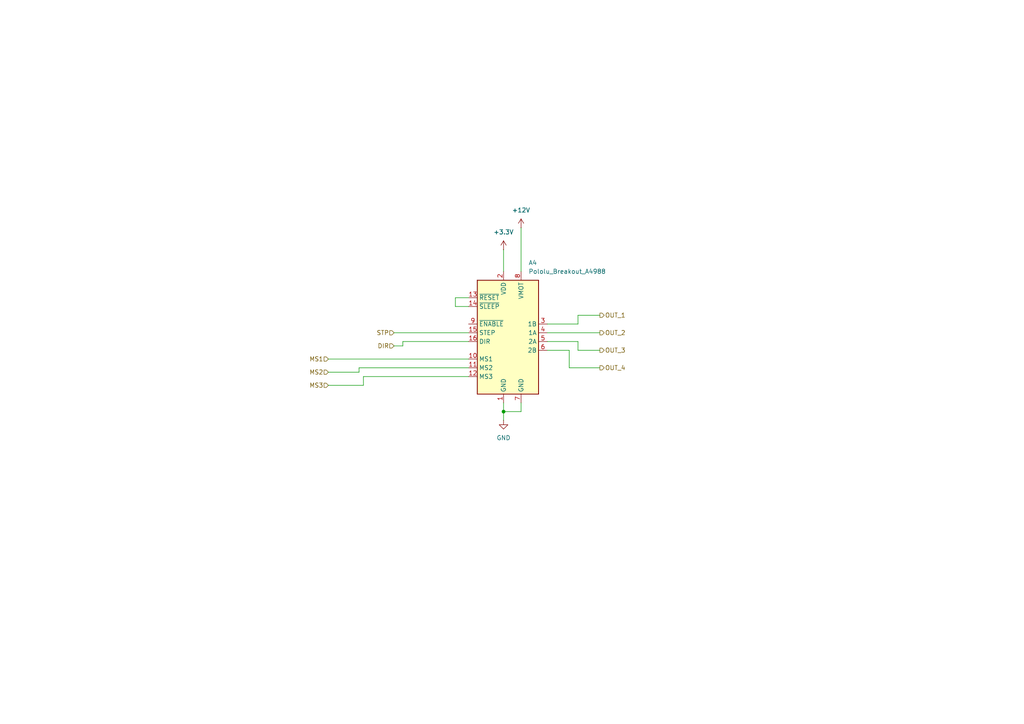
<source format=kicad_sch>
(kicad_sch (version 20250114) (generator "eeschema") (generator_version "9.0")
  (paper "A4")
  (lib_symbols
    (symbol "Driver_Motor:Pololu_Breakout_A4988"
      (property "Reference" "A" (at -2.54 19.05 0))
      (property "Value" "Pololu_Breakout_A4988" (at -2.54 16.51 0))
      (symbol "Pololu_Breakout_A4988_0_1"
        (rectangle (start 10.16 -17.78) (end -7.62 15.24) (stroke (width 0.254)) (fill (type background)))
      )
      (symbol "Pololu_Breakout_A4988_1_1"
        (pin input line (at -10.16 10.16 0) (length 2.54) (name "~{RESET}") (number "13"))
        (pin input line (at -10.16 7.62 0) (length 2.54) (name "~{SLEEP}") (number "14"))
        (pin input line (at -10.16 2.54 0) (length 2.54) (name "~{ENABLE}") (number "9"))
        (pin input line (at -10.16 0 0) (length 2.54) (name "STEP") (number "15"))
        (pin input line (at -10.16 -2.54 0) (length 2.54) (name "DIR") (number "16"))
        (pin input line (at -10.16 -7.62 0) (length 2.54) (name "MS1") (number "10"))
        (pin input line (at -10.16 -10.16 0) (length 2.54) (name "MS2") (number "11"))
        (pin input line (at -10.16 -12.7 0) (length 2.54) (name "MS3") (number "12"))
        (pin power_in line (at 0 17.78 270) (length 2.54) (name "VDD") (number "2"))
        (pin power_in line (at 0 -20.32 90) (length 2.54) (name "GND") (number "1"))
        (pin power_in line (at 5.08 17.78 270) (length 2.54) (name "VMOT") (number "8"))
        (pin power_in line (at 5.08 -20.32 90) (length 2.54) (name "GND") (number "7"))
        (pin output line (at 12.7 2.54 180) (length 2.54) (name "1B") (number "3"))
        (pin output line (at 12.7 0 180) (length 2.54) (name "1A") (number "4"))
        (pin output line (at 12.7 -2.54 180) (length 2.54) (name "2A") (number "5"))
        (pin output line (at 12.7 -5.08 180) (length 2.54) (name "2B") (number "6"))
      )
    )
    (symbol "power:+12V" (power) (pin_numbers (hide yes)) (pin_names (offset 0) (hide yes))
      (property "Value" "+12V" (at 0 3.556 0))
      (symbol "+12V_0_1"
        (polyline (pts (xy -0.762 1.27) (xy 0 2.54)))
        (polyline (pts (xy 0 2.54) (xy 0.762 1.27)))
        (polyline (pts (xy 0 0) (xy 0 2.54)))
      )
      (symbol "+12V_1_1"
        (pin power_in line (at 0 0 90) (length 0) (name "~") (number "1"))
      )
    )
    (symbol "power:+3.3V" (power) (pin_numbers (hide yes)) (pin_names (offset 0) (hide yes))
      (property "Value" "+3.3V" (at 0 3.556 0))
      (symbol "+3.3V_0_1"
        (polyline (pts (xy -0.762 1.27) (xy 0 2.54)))
        (polyline (pts (xy 0 2.54) (xy 0.762 1.27)))
        (polyline (pts (xy 0 0) (xy 0 2.54)))
      )
      (symbol "+3.3V_1_1"
        (pin power_in line (at 0 0 90) (length 0) (name "~") (number "1"))
      )
    )
    (symbol "power:GND" (power) (pin_numbers (hide yes)) (pin_names (offset 0) (hide yes))
      (property "Value" "GND" (at 0 -3.81 0))
      (symbol "GND_0_1"
        (polyline (pts (xy 0 0) (xy 0 -1.27) (xy 1.27 -1.27) (xy 0 -2.54) (xy -1.27 -1.27) (xy 0 -1.27)))
      )
      (symbol "GND_1_1"
        (pin power_in line (at 0 0 270) (length 0) (name "~") (number "1"))
      )
    )
  )
  (junction (at 146.05 119.38))
  (wire (pts (xy 158.75 93.98) (xy 167.64 93.98)))
  (wire (pts (xy 151.13 116.84) (xy 151.13 119.38)))
  (wire (pts (xy 132.08 88.9) (xy 132.08 86.36)))
  (wire (pts (xy 158.75 96.52) (xy 173.99 96.52)))
  (wire (pts (xy 158.75 99.06) (xy 167.64 99.06)))
  (wire (pts (xy 167.64 93.98) (xy 167.64 91.44)))
  (wire (pts (xy 114.3 100.33) (xy 116.84 100.33)))
  (wire (pts (xy 167.64 91.44) (xy 173.99 91.44)))
  (wire (pts (xy 146.05 119.38) (xy 146.05 121.92)))
  (wire (pts (xy 151.13 66.04) (xy 151.13 78.74)))
  (wire (pts (xy 173.99 101.6) (xy 167.64 101.6)))
  (wire (pts (xy 104.14 107.95) (xy 95.25 107.95)))
  (wire (pts (xy 135.89 109.22) (xy 105.41 109.22)))
  (wire (pts (xy 146.05 116.84) (xy 146.05 119.38)))
  (wire (pts (xy 132.08 86.36) (xy 135.89 86.36)))
  (wire (pts (xy 95.25 104.14) (xy 135.89 104.14)))
  (wire (pts (xy 158.75 101.6) (xy 165.1 101.6)))
  (wire (pts (xy 116.84 99.06) (xy 135.89 99.06)))
  (wire (pts (xy 114.3 96.52) (xy 135.89 96.52)))
  (wire (pts (xy 146.05 72.39) (xy 146.05 78.74)))
  (wire (pts (xy 165.1 106.68) (xy 173.99 106.68)))
  (wire (pts (xy 165.1 101.6) (xy 165.1 106.68)))
  (wire (pts (xy 105.41 109.22) (xy 105.41 111.76)))
  (wire (pts (xy 135.89 88.9) (xy 132.08 88.9)))
  (wire (pts (xy 116.84 100.33) (xy 116.84 99.06)))
  (wire (pts (xy 146.05 119.38) (xy 151.13 119.38)))
  (wire (pts (xy 105.41 111.76) (xy 95.25 111.76)))
  (wire (pts (xy 135.89 106.68) (xy 104.14 106.68)))
  (wire (pts (xy 104.14 106.68) (xy 104.14 107.95)))
  (wire (pts (xy 167.64 101.6) (xy 167.64 99.06)))
  (hierarchical_label "OUT_2" (shape output) (at 173.99 96.52 0))
  (hierarchical_label "OUT_1" (shape output) (at 173.99 91.44 0))
  (hierarchical_label "MS1" (shape input) (at 95.25 104.14 180))
  (hierarchical_label "STP" (shape input) (at 114.3 96.52 180))
  (hierarchical_label "MS3" (shape input) (at 95.25 111.76 180))
  (hierarchical_label "DIR" (shape input) (at 114.3 100.33 180))
  (hierarchical_label "OUT_3" (shape output) (at 173.99 101.6 0))
  (hierarchical_label "MS2" (shape input) (at 95.25 107.95 180))
  (hierarchical_label "OUT_4" (shape output) (at 173.99 106.68 0))
  (symbol (lib_id "power:+3.3V") (at 146.05 72.39 0) (unit 1)
    (property "Reference" "#PWR0103" (effects (hide yes)))
    (property "Value" "+3.3V" (at 146.05 67.31 0))
    (property "Description" "Power symbol creates a global label with name \"+3.3V\"" (effects (hide yes)))
    (instances (project "Leonardo_v2.0" (path "" (reference "#PWR016") (unit 1)) (path "" (reference "#PWR013") (unit 1)) (path "" (reference "#PWR010") (unit 1)) (path "" (reference "#PWR0103") (unit 1))))
  )
  (symbol (lib_id "power:GND") (at 146.05 121.92 0) (unit 1)
    (property "Reference" "#PWR0101" (effects (hide yes)))
    (property "Value" "GND" (at 146.05 127 0))
    (property "Description" "Power symbol creates a global label with name \"GND\" , ground" (effects (hide yes)))
    (instances (project "Leonardo_v2.0" (path "" (reference "#PWR017") (unit 1)) (path "" (reference "#PWR014") (unit 1)) (path "" (reference "#PWR011") (unit 1)) (path "" (reference "#PWR0101") (unit 1))))
  )
  (symbol (lib_id "power:+12V") (at 151.13 66.04 0) (unit 1)
    (property "Reference" "#PWR0102" (effects (hide yes)))
    (property "Value" "+12V" (at 151.13 60.96 0))
    (property "Description" "Power symbol creates a global label with name \"+12V\"" (effects (hide yes)))
    (instances (project "Leonardo_v2.0" (path "" (reference "#PWR018") (unit 1)) (path "" (reference "#PWR015") (unit 1)) (path "" (reference "#PWR012") (unit 1)) (path "" (reference "#PWR0102") (unit 1))))
  )
  (symbol (lib_id "Driver_Motor:Pololu_Breakout_A4988") (at 146.05 96.52 0) (unit 1)
    (property "Reference" "A1" (at 153.2733 76.2 0) (effects (justify left)))
    (property "Value" "Pololu_Breakout_A4988" (at 153.2733 78.74 0) (effects (justify left)))
    (property "Footprint" "Module:Pololu_Breakout-16_15.2x20.3mm" (effects (hide yes)))
    (property "Datasheet" "https://www.pololu.com/product/2980/pictures" (effects (hide yes)))
    (property "Description" "Pololu Breakout Board, Stepper Driver A4988" (effects (hide yes)))
    (instances (project "Leonardo_v2.0" (path "" (reference "A4") (unit 1)) (path "" (reference "A3") (unit 1)) (path "" (reference "A2") (unit 1)) (path "" (reference "A1") (unit 1))))
  )
)
</source>
